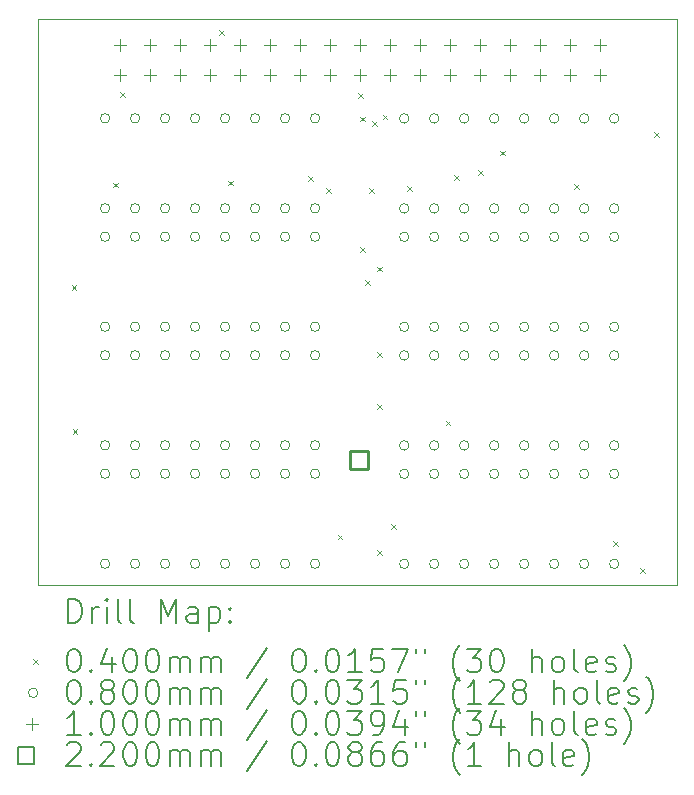
<source format=gbr>
%TF.GenerationSoftware,KiCad,Pcbnew,(6.0.7)*%
%TF.CreationDate,2023-01-24T22:55:52+00:00*%
%TF.ProjectId,CPC464-2MINICAS1,43504334-3634-42d3-924d-494e49434153,rev?*%
%TF.SameCoordinates,Original*%
%TF.FileFunction,Drillmap*%
%TF.FilePolarity,Positive*%
%FSLAX45Y45*%
G04 Gerber Fmt 4.5, Leading zero omitted, Abs format (unit mm)*
G04 Created by KiCad (PCBNEW (6.0.7)) date 2023-01-24 22:55:52*
%MOMM*%
%LPD*%
G01*
G04 APERTURE LIST*
%ADD10C,0.100000*%
%ADD11C,0.200000*%
%ADD12C,0.040000*%
%ADD13C,0.080000*%
%ADD14C,0.220000*%
G04 APERTURE END LIST*
D10*
X8671560Y-8915400D02*
X3266440Y-8915400D01*
X3266440Y-8915400D02*
X3266440Y-4119880D01*
X3266440Y-4119880D02*
X8671560Y-4119880D01*
X8671560Y-4119880D02*
X8671560Y-8915400D01*
D11*
D12*
X3546810Y-6375320D02*
X3586810Y-6415320D01*
X3586810Y-6375320D02*
X3546810Y-6415320D01*
X3555150Y-7593610D02*
X3595150Y-7633610D01*
X3595150Y-7593610D02*
X3555150Y-7633610D01*
X3900490Y-5505510D02*
X3940490Y-5545510D01*
X3940490Y-5505510D02*
X3900490Y-5545510D01*
X3956990Y-4736950D02*
X3996990Y-4776950D01*
X3996990Y-4736950D02*
X3956990Y-4776950D01*
X4796630Y-4211030D02*
X4836630Y-4251030D01*
X4836630Y-4211030D02*
X4796630Y-4251030D01*
X4870420Y-5488830D02*
X4910420Y-5528830D01*
X4910420Y-5488830D02*
X4870420Y-5528830D01*
X5549390Y-5446890D02*
X5589390Y-5486890D01*
X5589390Y-5446890D02*
X5549390Y-5486890D01*
X5702800Y-5553380D02*
X5742800Y-5593380D01*
X5742800Y-5553380D02*
X5702800Y-5593380D01*
X5798660Y-8485610D02*
X5838660Y-8525610D01*
X5838660Y-8485610D02*
X5798660Y-8525610D01*
X5971870Y-4744750D02*
X6011870Y-4784750D01*
X6011870Y-4744750D02*
X5971870Y-4784750D01*
X5991430Y-4945850D02*
X6031430Y-4985850D01*
X6031430Y-4945850D02*
X5991430Y-4985850D01*
X5991430Y-6053140D02*
X6031430Y-6093140D01*
X6031430Y-6053140D02*
X5991430Y-6093140D01*
X6029270Y-6329420D02*
X6069270Y-6369420D01*
X6069270Y-6329420D02*
X6029270Y-6369420D01*
X6064550Y-5549910D02*
X6104550Y-5589910D01*
X6104550Y-5549910D02*
X6064550Y-5589910D01*
X6093410Y-4985320D02*
X6133410Y-5025320D01*
X6133410Y-4985320D02*
X6093410Y-5025320D01*
X6130990Y-6939050D02*
X6170990Y-6979050D01*
X6170990Y-6939050D02*
X6130990Y-6979050D01*
X6131300Y-7380400D02*
X6171300Y-7420400D01*
X6171300Y-7380400D02*
X6131300Y-7420400D01*
X6132180Y-6215710D02*
X6172180Y-6255710D01*
X6172180Y-6215710D02*
X6132180Y-6255710D01*
X6134370Y-8614860D02*
X6174370Y-8654860D01*
X6174370Y-8614860D02*
X6134370Y-8654860D01*
X6179760Y-4930210D02*
X6219760Y-4970210D01*
X6219760Y-4930210D02*
X6179760Y-4970210D01*
X6251440Y-8397220D02*
X6291440Y-8437220D01*
X6291440Y-8397220D02*
X6251440Y-8437220D01*
X6384860Y-5537180D02*
X6424860Y-5577180D01*
X6424860Y-5537180D02*
X6384860Y-5577180D01*
X6712800Y-7520860D02*
X6752800Y-7560860D01*
X6752800Y-7520860D02*
X6712800Y-7560860D01*
X6782920Y-5442290D02*
X6822920Y-5482290D01*
X6822920Y-5442290D02*
X6782920Y-5482290D01*
X6990580Y-5397280D02*
X7030580Y-5437280D01*
X7030580Y-5397280D02*
X6990580Y-5437280D01*
X7174990Y-5234740D02*
X7214990Y-5274740D01*
X7214990Y-5234740D02*
X7174990Y-5274740D01*
X7804620Y-5517350D02*
X7844620Y-5557350D01*
X7844620Y-5517350D02*
X7804620Y-5557350D01*
X8131940Y-8540000D02*
X8171940Y-8580000D01*
X8171940Y-8540000D02*
X8131940Y-8580000D01*
X8359190Y-8767250D02*
X8399190Y-8807250D01*
X8399190Y-8767250D02*
X8359190Y-8807250D01*
X8480000Y-5080000D02*
X8520000Y-5120000D01*
X8520000Y-5080000D02*
X8480000Y-5120000D01*
D13*
X3870320Y-4960080D02*
G75*
G03*
X3870320Y-4960080I-40000J0D01*
G01*
X3870320Y-5722080D02*
G75*
G03*
X3870320Y-5722080I-40000J0D01*
G01*
X3870320Y-5962380D02*
G75*
G03*
X3870320Y-5962380I-40000J0D01*
G01*
X3870320Y-6724380D02*
G75*
G03*
X3870320Y-6724380I-40000J0D01*
G01*
X3870320Y-6966680D02*
G75*
G03*
X3870320Y-6966680I-40000J0D01*
G01*
X3870320Y-7728680D02*
G75*
G03*
X3870320Y-7728680I-40000J0D01*
G01*
X3870320Y-7968980D02*
G75*
G03*
X3870320Y-7968980I-40000J0D01*
G01*
X3870320Y-8730980D02*
G75*
G03*
X3870320Y-8730980I-40000J0D01*
G01*
X4124320Y-4960080D02*
G75*
G03*
X4124320Y-4960080I-40000J0D01*
G01*
X4124320Y-5722080D02*
G75*
G03*
X4124320Y-5722080I-40000J0D01*
G01*
X4124320Y-5962380D02*
G75*
G03*
X4124320Y-5962380I-40000J0D01*
G01*
X4124320Y-6724380D02*
G75*
G03*
X4124320Y-6724380I-40000J0D01*
G01*
X4124320Y-6966680D02*
G75*
G03*
X4124320Y-6966680I-40000J0D01*
G01*
X4124320Y-7728680D02*
G75*
G03*
X4124320Y-7728680I-40000J0D01*
G01*
X4124320Y-7968980D02*
G75*
G03*
X4124320Y-7968980I-40000J0D01*
G01*
X4124320Y-8730980D02*
G75*
G03*
X4124320Y-8730980I-40000J0D01*
G01*
X4378320Y-4960080D02*
G75*
G03*
X4378320Y-4960080I-40000J0D01*
G01*
X4378320Y-5722080D02*
G75*
G03*
X4378320Y-5722080I-40000J0D01*
G01*
X4378320Y-5962380D02*
G75*
G03*
X4378320Y-5962380I-40000J0D01*
G01*
X4378320Y-6724380D02*
G75*
G03*
X4378320Y-6724380I-40000J0D01*
G01*
X4378320Y-6966680D02*
G75*
G03*
X4378320Y-6966680I-40000J0D01*
G01*
X4378320Y-7728680D02*
G75*
G03*
X4378320Y-7728680I-40000J0D01*
G01*
X4378320Y-7968980D02*
G75*
G03*
X4378320Y-7968980I-40000J0D01*
G01*
X4378320Y-8730980D02*
G75*
G03*
X4378320Y-8730980I-40000J0D01*
G01*
X4632320Y-4960080D02*
G75*
G03*
X4632320Y-4960080I-40000J0D01*
G01*
X4632320Y-5722080D02*
G75*
G03*
X4632320Y-5722080I-40000J0D01*
G01*
X4632320Y-5962380D02*
G75*
G03*
X4632320Y-5962380I-40000J0D01*
G01*
X4632320Y-6724380D02*
G75*
G03*
X4632320Y-6724380I-40000J0D01*
G01*
X4632320Y-6966680D02*
G75*
G03*
X4632320Y-6966680I-40000J0D01*
G01*
X4632320Y-7728680D02*
G75*
G03*
X4632320Y-7728680I-40000J0D01*
G01*
X4632320Y-7968980D02*
G75*
G03*
X4632320Y-7968980I-40000J0D01*
G01*
X4632320Y-8730980D02*
G75*
G03*
X4632320Y-8730980I-40000J0D01*
G01*
X4886320Y-4960080D02*
G75*
G03*
X4886320Y-4960080I-40000J0D01*
G01*
X4886320Y-5722080D02*
G75*
G03*
X4886320Y-5722080I-40000J0D01*
G01*
X4886320Y-5962380D02*
G75*
G03*
X4886320Y-5962380I-40000J0D01*
G01*
X4886320Y-6724380D02*
G75*
G03*
X4886320Y-6724380I-40000J0D01*
G01*
X4886320Y-6966680D02*
G75*
G03*
X4886320Y-6966680I-40000J0D01*
G01*
X4886320Y-7728680D02*
G75*
G03*
X4886320Y-7728680I-40000J0D01*
G01*
X4886320Y-7968980D02*
G75*
G03*
X4886320Y-7968980I-40000J0D01*
G01*
X4886320Y-8730980D02*
G75*
G03*
X4886320Y-8730980I-40000J0D01*
G01*
X5140320Y-4960080D02*
G75*
G03*
X5140320Y-4960080I-40000J0D01*
G01*
X5140320Y-5722080D02*
G75*
G03*
X5140320Y-5722080I-40000J0D01*
G01*
X5140320Y-5962380D02*
G75*
G03*
X5140320Y-5962380I-40000J0D01*
G01*
X5140320Y-6724380D02*
G75*
G03*
X5140320Y-6724380I-40000J0D01*
G01*
X5140320Y-6966680D02*
G75*
G03*
X5140320Y-6966680I-40000J0D01*
G01*
X5140320Y-7728680D02*
G75*
G03*
X5140320Y-7728680I-40000J0D01*
G01*
X5140320Y-7968980D02*
G75*
G03*
X5140320Y-7968980I-40000J0D01*
G01*
X5140320Y-8730980D02*
G75*
G03*
X5140320Y-8730980I-40000J0D01*
G01*
X5394320Y-4960080D02*
G75*
G03*
X5394320Y-4960080I-40000J0D01*
G01*
X5394320Y-5722080D02*
G75*
G03*
X5394320Y-5722080I-40000J0D01*
G01*
X5394320Y-5962380D02*
G75*
G03*
X5394320Y-5962380I-40000J0D01*
G01*
X5394320Y-6724380D02*
G75*
G03*
X5394320Y-6724380I-40000J0D01*
G01*
X5394320Y-6966680D02*
G75*
G03*
X5394320Y-6966680I-40000J0D01*
G01*
X5394320Y-7728680D02*
G75*
G03*
X5394320Y-7728680I-40000J0D01*
G01*
X5394320Y-7968980D02*
G75*
G03*
X5394320Y-7968980I-40000J0D01*
G01*
X5394320Y-8730980D02*
G75*
G03*
X5394320Y-8730980I-40000J0D01*
G01*
X5648320Y-4960080D02*
G75*
G03*
X5648320Y-4960080I-40000J0D01*
G01*
X5648320Y-5722080D02*
G75*
G03*
X5648320Y-5722080I-40000J0D01*
G01*
X5648320Y-5962380D02*
G75*
G03*
X5648320Y-5962380I-40000J0D01*
G01*
X5648320Y-6724380D02*
G75*
G03*
X5648320Y-6724380I-40000J0D01*
G01*
X5648320Y-6966680D02*
G75*
G03*
X5648320Y-6966680I-40000J0D01*
G01*
X5648320Y-7728680D02*
G75*
G03*
X5648320Y-7728680I-40000J0D01*
G01*
X5648320Y-7968980D02*
G75*
G03*
X5648320Y-7968980I-40000J0D01*
G01*
X5648320Y-8730980D02*
G75*
G03*
X5648320Y-8730980I-40000J0D01*
G01*
X6402700Y-4961620D02*
G75*
G03*
X6402700Y-4961620I-40000J0D01*
G01*
X6402700Y-5723620D02*
G75*
G03*
X6402700Y-5723620I-40000J0D01*
G01*
X6402700Y-5963920D02*
G75*
G03*
X6402700Y-5963920I-40000J0D01*
G01*
X6402700Y-6725920D02*
G75*
G03*
X6402700Y-6725920I-40000J0D01*
G01*
X6402700Y-6968220D02*
G75*
G03*
X6402700Y-6968220I-40000J0D01*
G01*
X6402700Y-7730220D02*
G75*
G03*
X6402700Y-7730220I-40000J0D01*
G01*
X6402700Y-7970520D02*
G75*
G03*
X6402700Y-7970520I-40000J0D01*
G01*
X6402700Y-8732520D02*
G75*
G03*
X6402700Y-8732520I-40000J0D01*
G01*
X6656700Y-4961620D02*
G75*
G03*
X6656700Y-4961620I-40000J0D01*
G01*
X6656700Y-5723620D02*
G75*
G03*
X6656700Y-5723620I-40000J0D01*
G01*
X6656700Y-5963920D02*
G75*
G03*
X6656700Y-5963920I-40000J0D01*
G01*
X6656700Y-6725920D02*
G75*
G03*
X6656700Y-6725920I-40000J0D01*
G01*
X6656700Y-6968220D02*
G75*
G03*
X6656700Y-6968220I-40000J0D01*
G01*
X6656700Y-7730220D02*
G75*
G03*
X6656700Y-7730220I-40000J0D01*
G01*
X6656700Y-7970520D02*
G75*
G03*
X6656700Y-7970520I-40000J0D01*
G01*
X6656700Y-8732520D02*
G75*
G03*
X6656700Y-8732520I-40000J0D01*
G01*
X6910700Y-4961620D02*
G75*
G03*
X6910700Y-4961620I-40000J0D01*
G01*
X6910700Y-5723620D02*
G75*
G03*
X6910700Y-5723620I-40000J0D01*
G01*
X6910700Y-5963920D02*
G75*
G03*
X6910700Y-5963920I-40000J0D01*
G01*
X6910700Y-6725920D02*
G75*
G03*
X6910700Y-6725920I-40000J0D01*
G01*
X6910700Y-6968220D02*
G75*
G03*
X6910700Y-6968220I-40000J0D01*
G01*
X6910700Y-7730220D02*
G75*
G03*
X6910700Y-7730220I-40000J0D01*
G01*
X6910700Y-7970520D02*
G75*
G03*
X6910700Y-7970520I-40000J0D01*
G01*
X6910700Y-8732520D02*
G75*
G03*
X6910700Y-8732520I-40000J0D01*
G01*
X7164700Y-4961620D02*
G75*
G03*
X7164700Y-4961620I-40000J0D01*
G01*
X7164700Y-5723620D02*
G75*
G03*
X7164700Y-5723620I-40000J0D01*
G01*
X7164700Y-5963920D02*
G75*
G03*
X7164700Y-5963920I-40000J0D01*
G01*
X7164700Y-6725920D02*
G75*
G03*
X7164700Y-6725920I-40000J0D01*
G01*
X7164700Y-6968220D02*
G75*
G03*
X7164700Y-6968220I-40000J0D01*
G01*
X7164700Y-7730220D02*
G75*
G03*
X7164700Y-7730220I-40000J0D01*
G01*
X7164700Y-7970520D02*
G75*
G03*
X7164700Y-7970520I-40000J0D01*
G01*
X7164700Y-8732520D02*
G75*
G03*
X7164700Y-8732520I-40000J0D01*
G01*
X7418700Y-4961620D02*
G75*
G03*
X7418700Y-4961620I-40000J0D01*
G01*
X7418700Y-5723620D02*
G75*
G03*
X7418700Y-5723620I-40000J0D01*
G01*
X7418700Y-5963920D02*
G75*
G03*
X7418700Y-5963920I-40000J0D01*
G01*
X7418700Y-6725920D02*
G75*
G03*
X7418700Y-6725920I-40000J0D01*
G01*
X7418700Y-6968220D02*
G75*
G03*
X7418700Y-6968220I-40000J0D01*
G01*
X7418700Y-7730220D02*
G75*
G03*
X7418700Y-7730220I-40000J0D01*
G01*
X7418700Y-7970520D02*
G75*
G03*
X7418700Y-7970520I-40000J0D01*
G01*
X7418700Y-8732520D02*
G75*
G03*
X7418700Y-8732520I-40000J0D01*
G01*
X7672700Y-4961620D02*
G75*
G03*
X7672700Y-4961620I-40000J0D01*
G01*
X7672700Y-5723620D02*
G75*
G03*
X7672700Y-5723620I-40000J0D01*
G01*
X7672700Y-5963920D02*
G75*
G03*
X7672700Y-5963920I-40000J0D01*
G01*
X7672700Y-6725920D02*
G75*
G03*
X7672700Y-6725920I-40000J0D01*
G01*
X7672700Y-6968220D02*
G75*
G03*
X7672700Y-6968220I-40000J0D01*
G01*
X7672700Y-7730220D02*
G75*
G03*
X7672700Y-7730220I-40000J0D01*
G01*
X7672700Y-7970520D02*
G75*
G03*
X7672700Y-7970520I-40000J0D01*
G01*
X7672700Y-8732520D02*
G75*
G03*
X7672700Y-8732520I-40000J0D01*
G01*
X7926700Y-4961620D02*
G75*
G03*
X7926700Y-4961620I-40000J0D01*
G01*
X7926700Y-5723620D02*
G75*
G03*
X7926700Y-5723620I-40000J0D01*
G01*
X7926700Y-5963920D02*
G75*
G03*
X7926700Y-5963920I-40000J0D01*
G01*
X7926700Y-6725920D02*
G75*
G03*
X7926700Y-6725920I-40000J0D01*
G01*
X7926700Y-6968220D02*
G75*
G03*
X7926700Y-6968220I-40000J0D01*
G01*
X7926700Y-7730220D02*
G75*
G03*
X7926700Y-7730220I-40000J0D01*
G01*
X7926700Y-7970520D02*
G75*
G03*
X7926700Y-7970520I-40000J0D01*
G01*
X7926700Y-8732520D02*
G75*
G03*
X7926700Y-8732520I-40000J0D01*
G01*
X8180700Y-4961620D02*
G75*
G03*
X8180700Y-4961620I-40000J0D01*
G01*
X8180700Y-5723620D02*
G75*
G03*
X8180700Y-5723620I-40000J0D01*
G01*
X8180700Y-5963920D02*
G75*
G03*
X8180700Y-5963920I-40000J0D01*
G01*
X8180700Y-6725920D02*
G75*
G03*
X8180700Y-6725920I-40000J0D01*
G01*
X8180700Y-6968220D02*
G75*
G03*
X8180700Y-6968220I-40000J0D01*
G01*
X8180700Y-7730220D02*
G75*
G03*
X8180700Y-7730220I-40000J0D01*
G01*
X8180700Y-7970520D02*
G75*
G03*
X8180700Y-7970520I-40000J0D01*
G01*
X8180700Y-8732520D02*
G75*
G03*
X8180700Y-8732520I-40000J0D01*
G01*
D10*
X3957720Y-4289840D02*
X3957720Y-4389840D01*
X3907720Y-4339840D02*
X4007720Y-4339840D01*
X3957720Y-4543840D02*
X3957720Y-4643840D01*
X3907720Y-4593840D02*
X4007720Y-4593840D01*
X4211720Y-4289840D02*
X4211720Y-4389840D01*
X4161720Y-4339840D02*
X4261720Y-4339840D01*
X4211720Y-4543840D02*
X4211720Y-4643840D01*
X4161720Y-4593840D02*
X4261720Y-4593840D01*
X4465720Y-4289840D02*
X4465720Y-4389840D01*
X4415720Y-4339840D02*
X4515720Y-4339840D01*
X4465720Y-4543840D02*
X4465720Y-4643840D01*
X4415720Y-4593840D02*
X4515720Y-4593840D01*
X4719720Y-4289840D02*
X4719720Y-4389840D01*
X4669720Y-4339840D02*
X4769720Y-4339840D01*
X4719720Y-4543840D02*
X4719720Y-4643840D01*
X4669720Y-4593840D02*
X4769720Y-4593840D01*
X4973720Y-4289840D02*
X4973720Y-4389840D01*
X4923720Y-4339840D02*
X5023720Y-4339840D01*
X4973720Y-4543840D02*
X4973720Y-4643840D01*
X4923720Y-4593840D02*
X5023720Y-4593840D01*
X5227720Y-4289840D02*
X5227720Y-4389840D01*
X5177720Y-4339840D02*
X5277720Y-4339840D01*
X5227720Y-4543840D02*
X5227720Y-4643840D01*
X5177720Y-4593840D02*
X5277720Y-4593840D01*
X5481720Y-4289840D02*
X5481720Y-4389840D01*
X5431720Y-4339840D02*
X5531720Y-4339840D01*
X5481720Y-4543840D02*
X5481720Y-4643840D01*
X5431720Y-4593840D02*
X5531720Y-4593840D01*
X5735720Y-4289840D02*
X5735720Y-4389840D01*
X5685720Y-4339840D02*
X5785720Y-4339840D01*
X5735720Y-4543840D02*
X5735720Y-4643840D01*
X5685720Y-4593840D02*
X5785720Y-4593840D01*
X5989720Y-4289840D02*
X5989720Y-4389840D01*
X5939720Y-4339840D02*
X6039720Y-4339840D01*
X5989720Y-4543840D02*
X5989720Y-4643840D01*
X5939720Y-4593840D02*
X6039720Y-4593840D01*
X6243720Y-4289840D02*
X6243720Y-4389840D01*
X6193720Y-4339840D02*
X6293720Y-4339840D01*
X6243720Y-4543840D02*
X6243720Y-4643840D01*
X6193720Y-4593840D02*
X6293720Y-4593840D01*
X6497720Y-4289840D02*
X6497720Y-4389840D01*
X6447720Y-4339840D02*
X6547720Y-4339840D01*
X6497720Y-4543840D02*
X6497720Y-4643840D01*
X6447720Y-4593840D02*
X6547720Y-4593840D01*
X6751720Y-4289840D02*
X6751720Y-4389840D01*
X6701720Y-4339840D02*
X6801720Y-4339840D01*
X6751720Y-4543840D02*
X6751720Y-4643840D01*
X6701720Y-4593840D02*
X6801720Y-4593840D01*
X7005720Y-4289840D02*
X7005720Y-4389840D01*
X6955720Y-4339840D02*
X7055720Y-4339840D01*
X7005720Y-4543840D02*
X7005720Y-4643840D01*
X6955720Y-4593840D02*
X7055720Y-4593840D01*
X7259720Y-4289840D02*
X7259720Y-4389840D01*
X7209720Y-4339840D02*
X7309720Y-4339840D01*
X7259720Y-4543840D02*
X7259720Y-4643840D01*
X7209720Y-4593840D02*
X7309720Y-4593840D01*
X7513720Y-4289840D02*
X7513720Y-4389840D01*
X7463720Y-4339840D02*
X7563720Y-4339840D01*
X7513720Y-4543840D02*
X7513720Y-4643840D01*
X7463720Y-4593840D02*
X7563720Y-4593840D01*
X7767720Y-4289840D02*
X7767720Y-4389840D01*
X7717720Y-4339840D02*
X7817720Y-4339840D01*
X7767720Y-4543840D02*
X7767720Y-4643840D01*
X7717720Y-4593840D02*
X7817720Y-4593840D01*
X8021720Y-4289840D02*
X8021720Y-4389840D01*
X7971720Y-4339840D02*
X8071720Y-4339840D01*
X8021720Y-4543840D02*
X8021720Y-4643840D01*
X7971720Y-4593840D02*
X8071720Y-4593840D01*
D14*
X6060522Y-7933462D02*
X6060522Y-7777897D01*
X5904957Y-7777897D01*
X5904957Y-7933462D01*
X6060522Y-7933462D01*
D11*
X3519059Y-9230876D02*
X3519059Y-9030876D01*
X3566678Y-9030876D01*
X3595249Y-9040400D01*
X3614297Y-9059448D01*
X3623821Y-9078495D01*
X3633345Y-9116590D01*
X3633345Y-9145162D01*
X3623821Y-9183257D01*
X3614297Y-9202305D01*
X3595249Y-9221352D01*
X3566678Y-9230876D01*
X3519059Y-9230876D01*
X3719059Y-9230876D02*
X3719059Y-9097543D01*
X3719059Y-9135638D02*
X3728583Y-9116590D01*
X3738107Y-9107067D01*
X3757154Y-9097543D01*
X3776202Y-9097543D01*
X3842868Y-9230876D02*
X3842868Y-9097543D01*
X3842868Y-9030876D02*
X3833345Y-9040400D01*
X3842868Y-9049924D01*
X3852392Y-9040400D01*
X3842868Y-9030876D01*
X3842868Y-9049924D01*
X3966678Y-9230876D02*
X3947630Y-9221352D01*
X3938107Y-9202305D01*
X3938107Y-9030876D01*
X4071440Y-9230876D02*
X4052392Y-9221352D01*
X4042868Y-9202305D01*
X4042868Y-9030876D01*
X4300011Y-9230876D02*
X4300011Y-9030876D01*
X4366678Y-9173733D01*
X4433345Y-9030876D01*
X4433345Y-9230876D01*
X4614297Y-9230876D02*
X4614297Y-9126114D01*
X4604773Y-9107067D01*
X4585726Y-9097543D01*
X4547630Y-9097543D01*
X4528583Y-9107067D01*
X4614297Y-9221352D02*
X4595250Y-9230876D01*
X4547630Y-9230876D01*
X4528583Y-9221352D01*
X4519059Y-9202305D01*
X4519059Y-9183257D01*
X4528583Y-9164210D01*
X4547630Y-9154686D01*
X4595250Y-9154686D01*
X4614297Y-9145162D01*
X4709535Y-9097543D02*
X4709535Y-9297543D01*
X4709535Y-9107067D02*
X4728583Y-9097543D01*
X4766678Y-9097543D01*
X4785726Y-9107067D01*
X4795250Y-9116590D01*
X4804773Y-9135638D01*
X4804773Y-9192781D01*
X4795250Y-9211829D01*
X4785726Y-9221352D01*
X4766678Y-9230876D01*
X4728583Y-9230876D01*
X4709535Y-9221352D01*
X4890488Y-9211829D02*
X4900011Y-9221352D01*
X4890488Y-9230876D01*
X4880964Y-9221352D01*
X4890488Y-9211829D01*
X4890488Y-9230876D01*
X4890488Y-9107067D02*
X4900011Y-9116590D01*
X4890488Y-9126114D01*
X4880964Y-9116590D01*
X4890488Y-9107067D01*
X4890488Y-9126114D01*
D12*
X3221440Y-9540400D02*
X3261440Y-9580400D01*
X3261440Y-9540400D02*
X3221440Y-9580400D01*
D11*
X3557154Y-9450876D02*
X3576202Y-9450876D01*
X3595249Y-9460400D01*
X3604773Y-9469924D01*
X3614297Y-9488971D01*
X3623821Y-9527067D01*
X3623821Y-9574686D01*
X3614297Y-9612781D01*
X3604773Y-9631829D01*
X3595249Y-9641352D01*
X3576202Y-9650876D01*
X3557154Y-9650876D01*
X3538107Y-9641352D01*
X3528583Y-9631829D01*
X3519059Y-9612781D01*
X3509535Y-9574686D01*
X3509535Y-9527067D01*
X3519059Y-9488971D01*
X3528583Y-9469924D01*
X3538107Y-9460400D01*
X3557154Y-9450876D01*
X3709535Y-9631829D02*
X3719059Y-9641352D01*
X3709535Y-9650876D01*
X3700011Y-9641352D01*
X3709535Y-9631829D01*
X3709535Y-9650876D01*
X3890488Y-9517543D02*
X3890488Y-9650876D01*
X3842868Y-9441352D02*
X3795249Y-9584210D01*
X3919059Y-9584210D01*
X4033345Y-9450876D02*
X4052392Y-9450876D01*
X4071440Y-9460400D01*
X4080964Y-9469924D01*
X4090488Y-9488971D01*
X4100011Y-9527067D01*
X4100011Y-9574686D01*
X4090488Y-9612781D01*
X4080964Y-9631829D01*
X4071440Y-9641352D01*
X4052392Y-9650876D01*
X4033345Y-9650876D01*
X4014297Y-9641352D01*
X4004773Y-9631829D01*
X3995249Y-9612781D01*
X3985726Y-9574686D01*
X3985726Y-9527067D01*
X3995249Y-9488971D01*
X4004773Y-9469924D01*
X4014297Y-9460400D01*
X4033345Y-9450876D01*
X4223821Y-9450876D02*
X4242869Y-9450876D01*
X4261916Y-9460400D01*
X4271440Y-9469924D01*
X4280964Y-9488971D01*
X4290488Y-9527067D01*
X4290488Y-9574686D01*
X4280964Y-9612781D01*
X4271440Y-9631829D01*
X4261916Y-9641352D01*
X4242869Y-9650876D01*
X4223821Y-9650876D01*
X4204773Y-9641352D01*
X4195250Y-9631829D01*
X4185726Y-9612781D01*
X4176202Y-9574686D01*
X4176202Y-9527067D01*
X4185726Y-9488971D01*
X4195250Y-9469924D01*
X4204773Y-9460400D01*
X4223821Y-9450876D01*
X4376202Y-9650876D02*
X4376202Y-9517543D01*
X4376202Y-9536590D02*
X4385726Y-9527067D01*
X4404773Y-9517543D01*
X4433345Y-9517543D01*
X4452392Y-9527067D01*
X4461916Y-9546114D01*
X4461916Y-9650876D01*
X4461916Y-9546114D02*
X4471440Y-9527067D01*
X4490488Y-9517543D01*
X4519059Y-9517543D01*
X4538107Y-9527067D01*
X4547630Y-9546114D01*
X4547630Y-9650876D01*
X4642869Y-9650876D02*
X4642869Y-9517543D01*
X4642869Y-9536590D02*
X4652392Y-9527067D01*
X4671440Y-9517543D01*
X4700011Y-9517543D01*
X4719059Y-9527067D01*
X4728583Y-9546114D01*
X4728583Y-9650876D01*
X4728583Y-9546114D02*
X4738107Y-9527067D01*
X4757154Y-9517543D01*
X4785726Y-9517543D01*
X4804773Y-9527067D01*
X4814297Y-9546114D01*
X4814297Y-9650876D01*
X5204773Y-9441352D02*
X5033345Y-9698495D01*
X5461916Y-9450876D02*
X5480964Y-9450876D01*
X5500011Y-9460400D01*
X5509535Y-9469924D01*
X5519059Y-9488971D01*
X5528583Y-9527067D01*
X5528583Y-9574686D01*
X5519059Y-9612781D01*
X5509535Y-9631829D01*
X5500011Y-9641352D01*
X5480964Y-9650876D01*
X5461916Y-9650876D01*
X5442869Y-9641352D01*
X5433345Y-9631829D01*
X5423821Y-9612781D01*
X5414297Y-9574686D01*
X5414297Y-9527067D01*
X5423821Y-9488971D01*
X5433345Y-9469924D01*
X5442869Y-9460400D01*
X5461916Y-9450876D01*
X5614297Y-9631829D02*
X5623821Y-9641352D01*
X5614297Y-9650876D01*
X5604773Y-9641352D01*
X5614297Y-9631829D01*
X5614297Y-9650876D01*
X5747630Y-9450876D02*
X5766678Y-9450876D01*
X5785726Y-9460400D01*
X5795249Y-9469924D01*
X5804773Y-9488971D01*
X5814297Y-9527067D01*
X5814297Y-9574686D01*
X5804773Y-9612781D01*
X5795249Y-9631829D01*
X5785726Y-9641352D01*
X5766678Y-9650876D01*
X5747630Y-9650876D01*
X5728583Y-9641352D01*
X5719059Y-9631829D01*
X5709535Y-9612781D01*
X5700011Y-9574686D01*
X5700011Y-9527067D01*
X5709535Y-9488971D01*
X5719059Y-9469924D01*
X5728583Y-9460400D01*
X5747630Y-9450876D01*
X6004773Y-9650876D02*
X5890488Y-9650876D01*
X5947630Y-9650876D02*
X5947630Y-9450876D01*
X5928583Y-9479448D01*
X5909535Y-9498495D01*
X5890488Y-9508019D01*
X6185726Y-9450876D02*
X6090488Y-9450876D01*
X6080964Y-9546114D01*
X6090488Y-9536590D01*
X6109535Y-9527067D01*
X6157154Y-9527067D01*
X6176202Y-9536590D01*
X6185726Y-9546114D01*
X6195249Y-9565162D01*
X6195249Y-9612781D01*
X6185726Y-9631829D01*
X6176202Y-9641352D01*
X6157154Y-9650876D01*
X6109535Y-9650876D01*
X6090488Y-9641352D01*
X6080964Y-9631829D01*
X6261916Y-9450876D02*
X6395249Y-9450876D01*
X6309535Y-9650876D01*
X6461916Y-9450876D02*
X6461916Y-9488971D01*
X6538107Y-9450876D02*
X6538107Y-9488971D01*
X6833345Y-9727067D02*
X6823821Y-9717543D01*
X6804773Y-9688971D01*
X6795249Y-9669924D01*
X6785726Y-9641352D01*
X6776202Y-9593733D01*
X6776202Y-9555638D01*
X6785726Y-9508019D01*
X6795249Y-9479448D01*
X6804773Y-9460400D01*
X6823821Y-9431829D01*
X6833345Y-9422305D01*
X6890488Y-9450876D02*
X7014297Y-9450876D01*
X6947630Y-9527067D01*
X6976202Y-9527067D01*
X6995249Y-9536590D01*
X7004773Y-9546114D01*
X7014297Y-9565162D01*
X7014297Y-9612781D01*
X7004773Y-9631829D01*
X6995249Y-9641352D01*
X6976202Y-9650876D01*
X6919059Y-9650876D01*
X6900011Y-9641352D01*
X6890488Y-9631829D01*
X7138107Y-9450876D02*
X7157154Y-9450876D01*
X7176202Y-9460400D01*
X7185726Y-9469924D01*
X7195249Y-9488971D01*
X7204773Y-9527067D01*
X7204773Y-9574686D01*
X7195249Y-9612781D01*
X7185726Y-9631829D01*
X7176202Y-9641352D01*
X7157154Y-9650876D01*
X7138107Y-9650876D01*
X7119059Y-9641352D01*
X7109535Y-9631829D01*
X7100011Y-9612781D01*
X7090488Y-9574686D01*
X7090488Y-9527067D01*
X7100011Y-9488971D01*
X7109535Y-9469924D01*
X7119059Y-9460400D01*
X7138107Y-9450876D01*
X7442868Y-9650876D02*
X7442868Y-9450876D01*
X7528583Y-9650876D02*
X7528583Y-9546114D01*
X7519059Y-9527067D01*
X7500011Y-9517543D01*
X7471440Y-9517543D01*
X7452392Y-9527067D01*
X7442868Y-9536590D01*
X7652392Y-9650876D02*
X7633345Y-9641352D01*
X7623821Y-9631829D01*
X7614297Y-9612781D01*
X7614297Y-9555638D01*
X7623821Y-9536590D01*
X7633345Y-9527067D01*
X7652392Y-9517543D01*
X7680964Y-9517543D01*
X7700011Y-9527067D01*
X7709535Y-9536590D01*
X7719059Y-9555638D01*
X7719059Y-9612781D01*
X7709535Y-9631829D01*
X7700011Y-9641352D01*
X7680964Y-9650876D01*
X7652392Y-9650876D01*
X7833345Y-9650876D02*
X7814297Y-9641352D01*
X7804773Y-9622305D01*
X7804773Y-9450876D01*
X7985726Y-9641352D02*
X7966678Y-9650876D01*
X7928583Y-9650876D01*
X7909535Y-9641352D01*
X7900011Y-9622305D01*
X7900011Y-9546114D01*
X7909535Y-9527067D01*
X7928583Y-9517543D01*
X7966678Y-9517543D01*
X7985726Y-9527067D01*
X7995249Y-9546114D01*
X7995249Y-9565162D01*
X7900011Y-9584210D01*
X8071440Y-9641352D02*
X8090488Y-9650876D01*
X8128583Y-9650876D01*
X8147630Y-9641352D01*
X8157154Y-9622305D01*
X8157154Y-9612781D01*
X8147630Y-9593733D01*
X8128583Y-9584210D01*
X8100011Y-9584210D01*
X8080964Y-9574686D01*
X8071440Y-9555638D01*
X8071440Y-9546114D01*
X8080964Y-9527067D01*
X8100011Y-9517543D01*
X8128583Y-9517543D01*
X8147630Y-9527067D01*
X8223821Y-9727067D02*
X8233345Y-9717543D01*
X8252392Y-9688971D01*
X8261916Y-9669924D01*
X8271440Y-9641352D01*
X8280964Y-9593733D01*
X8280964Y-9555638D01*
X8271440Y-9508019D01*
X8261916Y-9479448D01*
X8252392Y-9460400D01*
X8233345Y-9431829D01*
X8223821Y-9422305D01*
D13*
X3261440Y-9824400D02*
G75*
G03*
X3261440Y-9824400I-40000J0D01*
G01*
D11*
X3557154Y-9714876D02*
X3576202Y-9714876D01*
X3595249Y-9724400D01*
X3604773Y-9733924D01*
X3614297Y-9752971D01*
X3623821Y-9791067D01*
X3623821Y-9838686D01*
X3614297Y-9876781D01*
X3604773Y-9895829D01*
X3595249Y-9905352D01*
X3576202Y-9914876D01*
X3557154Y-9914876D01*
X3538107Y-9905352D01*
X3528583Y-9895829D01*
X3519059Y-9876781D01*
X3509535Y-9838686D01*
X3509535Y-9791067D01*
X3519059Y-9752971D01*
X3528583Y-9733924D01*
X3538107Y-9724400D01*
X3557154Y-9714876D01*
X3709535Y-9895829D02*
X3719059Y-9905352D01*
X3709535Y-9914876D01*
X3700011Y-9905352D01*
X3709535Y-9895829D01*
X3709535Y-9914876D01*
X3833345Y-9800590D02*
X3814297Y-9791067D01*
X3804773Y-9781543D01*
X3795249Y-9762495D01*
X3795249Y-9752971D01*
X3804773Y-9733924D01*
X3814297Y-9724400D01*
X3833345Y-9714876D01*
X3871440Y-9714876D01*
X3890488Y-9724400D01*
X3900011Y-9733924D01*
X3909535Y-9752971D01*
X3909535Y-9762495D01*
X3900011Y-9781543D01*
X3890488Y-9791067D01*
X3871440Y-9800590D01*
X3833345Y-9800590D01*
X3814297Y-9810114D01*
X3804773Y-9819638D01*
X3795249Y-9838686D01*
X3795249Y-9876781D01*
X3804773Y-9895829D01*
X3814297Y-9905352D01*
X3833345Y-9914876D01*
X3871440Y-9914876D01*
X3890488Y-9905352D01*
X3900011Y-9895829D01*
X3909535Y-9876781D01*
X3909535Y-9838686D01*
X3900011Y-9819638D01*
X3890488Y-9810114D01*
X3871440Y-9800590D01*
X4033345Y-9714876D02*
X4052392Y-9714876D01*
X4071440Y-9724400D01*
X4080964Y-9733924D01*
X4090488Y-9752971D01*
X4100011Y-9791067D01*
X4100011Y-9838686D01*
X4090488Y-9876781D01*
X4080964Y-9895829D01*
X4071440Y-9905352D01*
X4052392Y-9914876D01*
X4033345Y-9914876D01*
X4014297Y-9905352D01*
X4004773Y-9895829D01*
X3995249Y-9876781D01*
X3985726Y-9838686D01*
X3985726Y-9791067D01*
X3995249Y-9752971D01*
X4004773Y-9733924D01*
X4014297Y-9724400D01*
X4033345Y-9714876D01*
X4223821Y-9714876D02*
X4242869Y-9714876D01*
X4261916Y-9724400D01*
X4271440Y-9733924D01*
X4280964Y-9752971D01*
X4290488Y-9791067D01*
X4290488Y-9838686D01*
X4280964Y-9876781D01*
X4271440Y-9895829D01*
X4261916Y-9905352D01*
X4242869Y-9914876D01*
X4223821Y-9914876D01*
X4204773Y-9905352D01*
X4195250Y-9895829D01*
X4185726Y-9876781D01*
X4176202Y-9838686D01*
X4176202Y-9791067D01*
X4185726Y-9752971D01*
X4195250Y-9733924D01*
X4204773Y-9724400D01*
X4223821Y-9714876D01*
X4376202Y-9914876D02*
X4376202Y-9781543D01*
X4376202Y-9800590D02*
X4385726Y-9791067D01*
X4404773Y-9781543D01*
X4433345Y-9781543D01*
X4452392Y-9791067D01*
X4461916Y-9810114D01*
X4461916Y-9914876D01*
X4461916Y-9810114D02*
X4471440Y-9791067D01*
X4490488Y-9781543D01*
X4519059Y-9781543D01*
X4538107Y-9791067D01*
X4547630Y-9810114D01*
X4547630Y-9914876D01*
X4642869Y-9914876D02*
X4642869Y-9781543D01*
X4642869Y-9800590D02*
X4652392Y-9791067D01*
X4671440Y-9781543D01*
X4700011Y-9781543D01*
X4719059Y-9791067D01*
X4728583Y-9810114D01*
X4728583Y-9914876D01*
X4728583Y-9810114D02*
X4738107Y-9791067D01*
X4757154Y-9781543D01*
X4785726Y-9781543D01*
X4804773Y-9791067D01*
X4814297Y-9810114D01*
X4814297Y-9914876D01*
X5204773Y-9705352D02*
X5033345Y-9962495D01*
X5461916Y-9714876D02*
X5480964Y-9714876D01*
X5500011Y-9724400D01*
X5509535Y-9733924D01*
X5519059Y-9752971D01*
X5528583Y-9791067D01*
X5528583Y-9838686D01*
X5519059Y-9876781D01*
X5509535Y-9895829D01*
X5500011Y-9905352D01*
X5480964Y-9914876D01*
X5461916Y-9914876D01*
X5442869Y-9905352D01*
X5433345Y-9895829D01*
X5423821Y-9876781D01*
X5414297Y-9838686D01*
X5414297Y-9791067D01*
X5423821Y-9752971D01*
X5433345Y-9733924D01*
X5442869Y-9724400D01*
X5461916Y-9714876D01*
X5614297Y-9895829D02*
X5623821Y-9905352D01*
X5614297Y-9914876D01*
X5604773Y-9905352D01*
X5614297Y-9895829D01*
X5614297Y-9914876D01*
X5747630Y-9714876D02*
X5766678Y-9714876D01*
X5785726Y-9724400D01*
X5795249Y-9733924D01*
X5804773Y-9752971D01*
X5814297Y-9791067D01*
X5814297Y-9838686D01*
X5804773Y-9876781D01*
X5795249Y-9895829D01*
X5785726Y-9905352D01*
X5766678Y-9914876D01*
X5747630Y-9914876D01*
X5728583Y-9905352D01*
X5719059Y-9895829D01*
X5709535Y-9876781D01*
X5700011Y-9838686D01*
X5700011Y-9791067D01*
X5709535Y-9752971D01*
X5719059Y-9733924D01*
X5728583Y-9724400D01*
X5747630Y-9714876D01*
X5880964Y-9714876D02*
X6004773Y-9714876D01*
X5938107Y-9791067D01*
X5966678Y-9791067D01*
X5985726Y-9800590D01*
X5995249Y-9810114D01*
X6004773Y-9829162D01*
X6004773Y-9876781D01*
X5995249Y-9895829D01*
X5985726Y-9905352D01*
X5966678Y-9914876D01*
X5909535Y-9914876D01*
X5890488Y-9905352D01*
X5880964Y-9895829D01*
X6195249Y-9914876D02*
X6080964Y-9914876D01*
X6138107Y-9914876D02*
X6138107Y-9714876D01*
X6119059Y-9743448D01*
X6100011Y-9762495D01*
X6080964Y-9772019D01*
X6376202Y-9714876D02*
X6280964Y-9714876D01*
X6271440Y-9810114D01*
X6280964Y-9800590D01*
X6300011Y-9791067D01*
X6347630Y-9791067D01*
X6366678Y-9800590D01*
X6376202Y-9810114D01*
X6385726Y-9829162D01*
X6385726Y-9876781D01*
X6376202Y-9895829D01*
X6366678Y-9905352D01*
X6347630Y-9914876D01*
X6300011Y-9914876D01*
X6280964Y-9905352D01*
X6271440Y-9895829D01*
X6461916Y-9714876D02*
X6461916Y-9752971D01*
X6538107Y-9714876D02*
X6538107Y-9752971D01*
X6833345Y-9991067D02*
X6823821Y-9981543D01*
X6804773Y-9952971D01*
X6795249Y-9933924D01*
X6785726Y-9905352D01*
X6776202Y-9857733D01*
X6776202Y-9819638D01*
X6785726Y-9772019D01*
X6795249Y-9743448D01*
X6804773Y-9724400D01*
X6823821Y-9695829D01*
X6833345Y-9686305D01*
X7014297Y-9914876D02*
X6900011Y-9914876D01*
X6957154Y-9914876D02*
X6957154Y-9714876D01*
X6938107Y-9743448D01*
X6919059Y-9762495D01*
X6900011Y-9772019D01*
X7090488Y-9733924D02*
X7100011Y-9724400D01*
X7119059Y-9714876D01*
X7166678Y-9714876D01*
X7185726Y-9724400D01*
X7195249Y-9733924D01*
X7204773Y-9752971D01*
X7204773Y-9772019D01*
X7195249Y-9800590D01*
X7080964Y-9914876D01*
X7204773Y-9914876D01*
X7319059Y-9800590D02*
X7300011Y-9791067D01*
X7290488Y-9781543D01*
X7280964Y-9762495D01*
X7280964Y-9752971D01*
X7290488Y-9733924D01*
X7300011Y-9724400D01*
X7319059Y-9714876D01*
X7357154Y-9714876D01*
X7376202Y-9724400D01*
X7385726Y-9733924D01*
X7395249Y-9752971D01*
X7395249Y-9762495D01*
X7385726Y-9781543D01*
X7376202Y-9791067D01*
X7357154Y-9800590D01*
X7319059Y-9800590D01*
X7300011Y-9810114D01*
X7290488Y-9819638D01*
X7280964Y-9838686D01*
X7280964Y-9876781D01*
X7290488Y-9895829D01*
X7300011Y-9905352D01*
X7319059Y-9914876D01*
X7357154Y-9914876D01*
X7376202Y-9905352D01*
X7385726Y-9895829D01*
X7395249Y-9876781D01*
X7395249Y-9838686D01*
X7385726Y-9819638D01*
X7376202Y-9810114D01*
X7357154Y-9800590D01*
X7633345Y-9914876D02*
X7633345Y-9714876D01*
X7719059Y-9914876D02*
X7719059Y-9810114D01*
X7709535Y-9791067D01*
X7690488Y-9781543D01*
X7661916Y-9781543D01*
X7642868Y-9791067D01*
X7633345Y-9800590D01*
X7842868Y-9914876D02*
X7823821Y-9905352D01*
X7814297Y-9895829D01*
X7804773Y-9876781D01*
X7804773Y-9819638D01*
X7814297Y-9800590D01*
X7823821Y-9791067D01*
X7842868Y-9781543D01*
X7871440Y-9781543D01*
X7890488Y-9791067D01*
X7900011Y-9800590D01*
X7909535Y-9819638D01*
X7909535Y-9876781D01*
X7900011Y-9895829D01*
X7890488Y-9905352D01*
X7871440Y-9914876D01*
X7842868Y-9914876D01*
X8023821Y-9914876D02*
X8004773Y-9905352D01*
X7995249Y-9886305D01*
X7995249Y-9714876D01*
X8176202Y-9905352D02*
X8157154Y-9914876D01*
X8119059Y-9914876D01*
X8100011Y-9905352D01*
X8090488Y-9886305D01*
X8090488Y-9810114D01*
X8100011Y-9791067D01*
X8119059Y-9781543D01*
X8157154Y-9781543D01*
X8176202Y-9791067D01*
X8185726Y-9810114D01*
X8185726Y-9829162D01*
X8090488Y-9848210D01*
X8261916Y-9905352D02*
X8280964Y-9914876D01*
X8319059Y-9914876D01*
X8338107Y-9905352D01*
X8347630Y-9886305D01*
X8347630Y-9876781D01*
X8338107Y-9857733D01*
X8319059Y-9848210D01*
X8290488Y-9848210D01*
X8271440Y-9838686D01*
X8261916Y-9819638D01*
X8261916Y-9810114D01*
X8271440Y-9791067D01*
X8290488Y-9781543D01*
X8319059Y-9781543D01*
X8338107Y-9791067D01*
X8414297Y-9991067D02*
X8423821Y-9981543D01*
X8442869Y-9952971D01*
X8452392Y-9933924D01*
X8461916Y-9905352D01*
X8471440Y-9857733D01*
X8471440Y-9819638D01*
X8461916Y-9772019D01*
X8452392Y-9743448D01*
X8442869Y-9724400D01*
X8423821Y-9695829D01*
X8414297Y-9686305D01*
D10*
X3211440Y-10038400D02*
X3211440Y-10138400D01*
X3161440Y-10088400D02*
X3261440Y-10088400D01*
D11*
X3623821Y-10178876D02*
X3509535Y-10178876D01*
X3566678Y-10178876D02*
X3566678Y-9978876D01*
X3547630Y-10007448D01*
X3528583Y-10026495D01*
X3509535Y-10036019D01*
X3709535Y-10159829D02*
X3719059Y-10169352D01*
X3709535Y-10178876D01*
X3700011Y-10169352D01*
X3709535Y-10159829D01*
X3709535Y-10178876D01*
X3842868Y-9978876D02*
X3861916Y-9978876D01*
X3880964Y-9988400D01*
X3890488Y-9997924D01*
X3900011Y-10016971D01*
X3909535Y-10055067D01*
X3909535Y-10102686D01*
X3900011Y-10140781D01*
X3890488Y-10159829D01*
X3880964Y-10169352D01*
X3861916Y-10178876D01*
X3842868Y-10178876D01*
X3823821Y-10169352D01*
X3814297Y-10159829D01*
X3804773Y-10140781D01*
X3795249Y-10102686D01*
X3795249Y-10055067D01*
X3804773Y-10016971D01*
X3814297Y-9997924D01*
X3823821Y-9988400D01*
X3842868Y-9978876D01*
X4033345Y-9978876D02*
X4052392Y-9978876D01*
X4071440Y-9988400D01*
X4080964Y-9997924D01*
X4090488Y-10016971D01*
X4100011Y-10055067D01*
X4100011Y-10102686D01*
X4090488Y-10140781D01*
X4080964Y-10159829D01*
X4071440Y-10169352D01*
X4052392Y-10178876D01*
X4033345Y-10178876D01*
X4014297Y-10169352D01*
X4004773Y-10159829D01*
X3995249Y-10140781D01*
X3985726Y-10102686D01*
X3985726Y-10055067D01*
X3995249Y-10016971D01*
X4004773Y-9997924D01*
X4014297Y-9988400D01*
X4033345Y-9978876D01*
X4223821Y-9978876D02*
X4242869Y-9978876D01*
X4261916Y-9988400D01*
X4271440Y-9997924D01*
X4280964Y-10016971D01*
X4290488Y-10055067D01*
X4290488Y-10102686D01*
X4280964Y-10140781D01*
X4271440Y-10159829D01*
X4261916Y-10169352D01*
X4242869Y-10178876D01*
X4223821Y-10178876D01*
X4204773Y-10169352D01*
X4195250Y-10159829D01*
X4185726Y-10140781D01*
X4176202Y-10102686D01*
X4176202Y-10055067D01*
X4185726Y-10016971D01*
X4195250Y-9997924D01*
X4204773Y-9988400D01*
X4223821Y-9978876D01*
X4376202Y-10178876D02*
X4376202Y-10045543D01*
X4376202Y-10064590D02*
X4385726Y-10055067D01*
X4404773Y-10045543D01*
X4433345Y-10045543D01*
X4452392Y-10055067D01*
X4461916Y-10074114D01*
X4461916Y-10178876D01*
X4461916Y-10074114D02*
X4471440Y-10055067D01*
X4490488Y-10045543D01*
X4519059Y-10045543D01*
X4538107Y-10055067D01*
X4547630Y-10074114D01*
X4547630Y-10178876D01*
X4642869Y-10178876D02*
X4642869Y-10045543D01*
X4642869Y-10064590D02*
X4652392Y-10055067D01*
X4671440Y-10045543D01*
X4700011Y-10045543D01*
X4719059Y-10055067D01*
X4728583Y-10074114D01*
X4728583Y-10178876D01*
X4728583Y-10074114D02*
X4738107Y-10055067D01*
X4757154Y-10045543D01*
X4785726Y-10045543D01*
X4804773Y-10055067D01*
X4814297Y-10074114D01*
X4814297Y-10178876D01*
X5204773Y-9969352D02*
X5033345Y-10226495D01*
X5461916Y-9978876D02*
X5480964Y-9978876D01*
X5500011Y-9988400D01*
X5509535Y-9997924D01*
X5519059Y-10016971D01*
X5528583Y-10055067D01*
X5528583Y-10102686D01*
X5519059Y-10140781D01*
X5509535Y-10159829D01*
X5500011Y-10169352D01*
X5480964Y-10178876D01*
X5461916Y-10178876D01*
X5442869Y-10169352D01*
X5433345Y-10159829D01*
X5423821Y-10140781D01*
X5414297Y-10102686D01*
X5414297Y-10055067D01*
X5423821Y-10016971D01*
X5433345Y-9997924D01*
X5442869Y-9988400D01*
X5461916Y-9978876D01*
X5614297Y-10159829D02*
X5623821Y-10169352D01*
X5614297Y-10178876D01*
X5604773Y-10169352D01*
X5614297Y-10159829D01*
X5614297Y-10178876D01*
X5747630Y-9978876D02*
X5766678Y-9978876D01*
X5785726Y-9988400D01*
X5795249Y-9997924D01*
X5804773Y-10016971D01*
X5814297Y-10055067D01*
X5814297Y-10102686D01*
X5804773Y-10140781D01*
X5795249Y-10159829D01*
X5785726Y-10169352D01*
X5766678Y-10178876D01*
X5747630Y-10178876D01*
X5728583Y-10169352D01*
X5719059Y-10159829D01*
X5709535Y-10140781D01*
X5700011Y-10102686D01*
X5700011Y-10055067D01*
X5709535Y-10016971D01*
X5719059Y-9997924D01*
X5728583Y-9988400D01*
X5747630Y-9978876D01*
X5880964Y-9978876D02*
X6004773Y-9978876D01*
X5938107Y-10055067D01*
X5966678Y-10055067D01*
X5985726Y-10064590D01*
X5995249Y-10074114D01*
X6004773Y-10093162D01*
X6004773Y-10140781D01*
X5995249Y-10159829D01*
X5985726Y-10169352D01*
X5966678Y-10178876D01*
X5909535Y-10178876D01*
X5890488Y-10169352D01*
X5880964Y-10159829D01*
X6100011Y-10178876D02*
X6138107Y-10178876D01*
X6157154Y-10169352D01*
X6166678Y-10159829D01*
X6185726Y-10131257D01*
X6195249Y-10093162D01*
X6195249Y-10016971D01*
X6185726Y-9997924D01*
X6176202Y-9988400D01*
X6157154Y-9978876D01*
X6119059Y-9978876D01*
X6100011Y-9988400D01*
X6090488Y-9997924D01*
X6080964Y-10016971D01*
X6080964Y-10064590D01*
X6090488Y-10083638D01*
X6100011Y-10093162D01*
X6119059Y-10102686D01*
X6157154Y-10102686D01*
X6176202Y-10093162D01*
X6185726Y-10083638D01*
X6195249Y-10064590D01*
X6366678Y-10045543D02*
X6366678Y-10178876D01*
X6319059Y-9969352D02*
X6271440Y-10112210D01*
X6395249Y-10112210D01*
X6461916Y-9978876D02*
X6461916Y-10016971D01*
X6538107Y-9978876D02*
X6538107Y-10016971D01*
X6833345Y-10255067D02*
X6823821Y-10245543D01*
X6804773Y-10216971D01*
X6795249Y-10197924D01*
X6785726Y-10169352D01*
X6776202Y-10121733D01*
X6776202Y-10083638D01*
X6785726Y-10036019D01*
X6795249Y-10007448D01*
X6804773Y-9988400D01*
X6823821Y-9959829D01*
X6833345Y-9950305D01*
X6890488Y-9978876D02*
X7014297Y-9978876D01*
X6947630Y-10055067D01*
X6976202Y-10055067D01*
X6995249Y-10064590D01*
X7004773Y-10074114D01*
X7014297Y-10093162D01*
X7014297Y-10140781D01*
X7004773Y-10159829D01*
X6995249Y-10169352D01*
X6976202Y-10178876D01*
X6919059Y-10178876D01*
X6900011Y-10169352D01*
X6890488Y-10159829D01*
X7185726Y-10045543D02*
X7185726Y-10178876D01*
X7138107Y-9969352D02*
X7090488Y-10112210D01*
X7214297Y-10112210D01*
X7442868Y-10178876D02*
X7442868Y-9978876D01*
X7528583Y-10178876D02*
X7528583Y-10074114D01*
X7519059Y-10055067D01*
X7500011Y-10045543D01*
X7471440Y-10045543D01*
X7452392Y-10055067D01*
X7442868Y-10064590D01*
X7652392Y-10178876D02*
X7633345Y-10169352D01*
X7623821Y-10159829D01*
X7614297Y-10140781D01*
X7614297Y-10083638D01*
X7623821Y-10064590D01*
X7633345Y-10055067D01*
X7652392Y-10045543D01*
X7680964Y-10045543D01*
X7700011Y-10055067D01*
X7709535Y-10064590D01*
X7719059Y-10083638D01*
X7719059Y-10140781D01*
X7709535Y-10159829D01*
X7700011Y-10169352D01*
X7680964Y-10178876D01*
X7652392Y-10178876D01*
X7833345Y-10178876D02*
X7814297Y-10169352D01*
X7804773Y-10150305D01*
X7804773Y-9978876D01*
X7985726Y-10169352D02*
X7966678Y-10178876D01*
X7928583Y-10178876D01*
X7909535Y-10169352D01*
X7900011Y-10150305D01*
X7900011Y-10074114D01*
X7909535Y-10055067D01*
X7928583Y-10045543D01*
X7966678Y-10045543D01*
X7985726Y-10055067D01*
X7995249Y-10074114D01*
X7995249Y-10093162D01*
X7900011Y-10112210D01*
X8071440Y-10169352D02*
X8090488Y-10178876D01*
X8128583Y-10178876D01*
X8147630Y-10169352D01*
X8157154Y-10150305D01*
X8157154Y-10140781D01*
X8147630Y-10121733D01*
X8128583Y-10112210D01*
X8100011Y-10112210D01*
X8080964Y-10102686D01*
X8071440Y-10083638D01*
X8071440Y-10074114D01*
X8080964Y-10055067D01*
X8100011Y-10045543D01*
X8128583Y-10045543D01*
X8147630Y-10055067D01*
X8223821Y-10255067D02*
X8233345Y-10245543D01*
X8252392Y-10216971D01*
X8261916Y-10197924D01*
X8271440Y-10169352D01*
X8280964Y-10121733D01*
X8280964Y-10083638D01*
X8271440Y-10036019D01*
X8261916Y-10007448D01*
X8252392Y-9988400D01*
X8233345Y-9959829D01*
X8223821Y-9950305D01*
X3232151Y-10423111D02*
X3232151Y-10281689D01*
X3090729Y-10281689D01*
X3090729Y-10423111D01*
X3232151Y-10423111D01*
X3509535Y-10261924D02*
X3519059Y-10252400D01*
X3538107Y-10242876D01*
X3585726Y-10242876D01*
X3604773Y-10252400D01*
X3614297Y-10261924D01*
X3623821Y-10280971D01*
X3623821Y-10300019D01*
X3614297Y-10328590D01*
X3500011Y-10442876D01*
X3623821Y-10442876D01*
X3709535Y-10423829D02*
X3719059Y-10433352D01*
X3709535Y-10442876D01*
X3700011Y-10433352D01*
X3709535Y-10423829D01*
X3709535Y-10442876D01*
X3795249Y-10261924D02*
X3804773Y-10252400D01*
X3823821Y-10242876D01*
X3871440Y-10242876D01*
X3890488Y-10252400D01*
X3900011Y-10261924D01*
X3909535Y-10280971D01*
X3909535Y-10300019D01*
X3900011Y-10328590D01*
X3785726Y-10442876D01*
X3909535Y-10442876D01*
X4033345Y-10242876D02*
X4052392Y-10242876D01*
X4071440Y-10252400D01*
X4080964Y-10261924D01*
X4090488Y-10280971D01*
X4100011Y-10319067D01*
X4100011Y-10366686D01*
X4090488Y-10404781D01*
X4080964Y-10423829D01*
X4071440Y-10433352D01*
X4052392Y-10442876D01*
X4033345Y-10442876D01*
X4014297Y-10433352D01*
X4004773Y-10423829D01*
X3995249Y-10404781D01*
X3985726Y-10366686D01*
X3985726Y-10319067D01*
X3995249Y-10280971D01*
X4004773Y-10261924D01*
X4014297Y-10252400D01*
X4033345Y-10242876D01*
X4223821Y-10242876D02*
X4242869Y-10242876D01*
X4261916Y-10252400D01*
X4271440Y-10261924D01*
X4280964Y-10280971D01*
X4290488Y-10319067D01*
X4290488Y-10366686D01*
X4280964Y-10404781D01*
X4271440Y-10423829D01*
X4261916Y-10433352D01*
X4242869Y-10442876D01*
X4223821Y-10442876D01*
X4204773Y-10433352D01*
X4195250Y-10423829D01*
X4185726Y-10404781D01*
X4176202Y-10366686D01*
X4176202Y-10319067D01*
X4185726Y-10280971D01*
X4195250Y-10261924D01*
X4204773Y-10252400D01*
X4223821Y-10242876D01*
X4376202Y-10442876D02*
X4376202Y-10309543D01*
X4376202Y-10328590D02*
X4385726Y-10319067D01*
X4404773Y-10309543D01*
X4433345Y-10309543D01*
X4452392Y-10319067D01*
X4461916Y-10338114D01*
X4461916Y-10442876D01*
X4461916Y-10338114D02*
X4471440Y-10319067D01*
X4490488Y-10309543D01*
X4519059Y-10309543D01*
X4538107Y-10319067D01*
X4547630Y-10338114D01*
X4547630Y-10442876D01*
X4642869Y-10442876D02*
X4642869Y-10309543D01*
X4642869Y-10328590D02*
X4652392Y-10319067D01*
X4671440Y-10309543D01*
X4700011Y-10309543D01*
X4719059Y-10319067D01*
X4728583Y-10338114D01*
X4728583Y-10442876D01*
X4728583Y-10338114D02*
X4738107Y-10319067D01*
X4757154Y-10309543D01*
X4785726Y-10309543D01*
X4804773Y-10319067D01*
X4814297Y-10338114D01*
X4814297Y-10442876D01*
X5204773Y-10233352D02*
X5033345Y-10490495D01*
X5461916Y-10242876D02*
X5480964Y-10242876D01*
X5500011Y-10252400D01*
X5509535Y-10261924D01*
X5519059Y-10280971D01*
X5528583Y-10319067D01*
X5528583Y-10366686D01*
X5519059Y-10404781D01*
X5509535Y-10423829D01*
X5500011Y-10433352D01*
X5480964Y-10442876D01*
X5461916Y-10442876D01*
X5442869Y-10433352D01*
X5433345Y-10423829D01*
X5423821Y-10404781D01*
X5414297Y-10366686D01*
X5414297Y-10319067D01*
X5423821Y-10280971D01*
X5433345Y-10261924D01*
X5442869Y-10252400D01*
X5461916Y-10242876D01*
X5614297Y-10423829D02*
X5623821Y-10433352D01*
X5614297Y-10442876D01*
X5604773Y-10433352D01*
X5614297Y-10423829D01*
X5614297Y-10442876D01*
X5747630Y-10242876D02*
X5766678Y-10242876D01*
X5785726Y-10252400D01*
X5795249Y-10261924D01*
X5804773Y-10280971D01*
X5814297Y-10319067D01*
X5814297Y-10366686D01*
X5804773Y-10404781D01*
X5795249Y-10423829D01*
X5785726Y-10433352D01*
X5766678Y-10442876D01*
X5747630Y-10442876D01*
X5728583Y-10433352D01*
X5719059Y-10423829D01*
X5709535Y-10404781D01*
X5700011Y-10366686D01*
X5700011Y-10319067D01*
X5709535Y-10280971D01*
X5719059Y-10261924D01*
X5728583Y-10252400D01*
X5747630Y-10242876D01*
X5928583Y-10328590D02*
X5909535Y-10319067D01*
X5900011Y-10309543D01*
X5890488Y-10290495D01*
X5890488Y-10280971D01*
X5900011Y-10261924D01*
X5909535Y-10252400D01*
X5928583Y-10242876D01*
X5966678Y-10242876D01*
X5985726Y-10252400D01*
X5995249Y-10261924D01*
X6004773Y-10280971D01*
X6004773Y-10290495D01*
X5995249Y-10309543D01*
X5985726Y-10319067D01*
X5966678Y-10328590D01*
X5928583Y-10328590D01*
X5909535Y-10338114D01*
X5900011Y-10347638D01*
X5890488Y-10366686D01*
X5890488Y-10404781D01*
X5900011Y-10423829D01*
X5909535Y-10433352D01*
X5928583Y-10442876D01*
X5966678Y-10442876D01*
X5985726Y-10433352D01*
X5995249Y-10423829D01*
X6004773Y-10404781D01*
X6004773Y-10366686D01*
X5995249Y-10347638D01*
X5985726Y-10338114D01*
X5966678Y-10328590D01*
X6176202Y-10242876D02*
X6138107Y-10242876D01*
X6119059Y-10252400D01*
X6109535Y-10261924D01*
X6090488Y-10290495D01*
X6080964Y-10328590D01*
X6080964Y-10404781D01*
X6090488Y-10423829D01*
X6100011Y-10433352D01*
X6119059Y-10442876D01*
X6157154Y-10442876D01*
X6176202Y-10433352D01*
X6185726Y-10423829D01*
X6195249Y-10404781D01*
X6195249Y-10357162D01*
X6185726Y-10338114D01*
X6176202Y-10328590D01*
X6157154Y-10319067D01*
X6119059Y-10319067D01*
X6100011Y-10328590D01*
X6090488Y-10338114D01*
X6080964Y-10357162D01*
X6366678Y-10242876D02*
X6328583Y-10242876D01*
X6309535Y-10252400D01*
X6300011Y-10261924D01*
X6280964Y-10290495D01*
X6271440Y-10328590D01*
X6271440Y-10404781D01*
X6280964Y-10423829D01*
X6290488Y-10433352D01*
X6309535Y-10442876D01*
X6347630Y-10442876D01*
X6366678Y-10433352D01*
X6376202Y-10423829D01*
X6385726Y-10404781D01*
X6385726Y-10357162D01*
X6376202Y-10338114D01*
X6366678Y-10328590D01*
X6347630Y-10319067D01*
X6309535Y-10319067D01*
X6290488Y-10328590D01*
X6280964Y-10338114D01*
X6271440Y-10357162D01*
X6461916Y-10242876D02*
X6461916Y-10280971D01*
X6538107Y-10242876D02*
X6538107Y-10280971D01*
X6833345Y-10519067D02*
X6823821Y-10509543D01*
X6804773Y-10480971D01*
X6795249Y-10461924D01*
X6785726Y-10433352D01*
X6776202Y-10385733D01*
X6776202Y-10347638D01*
X6785726Y-10300019D01*
X6795249Y-10271448D01*
X6804773Y-10252400D01*
X6823821Y-10223829D01*
X6833345Y-10214305D01*
X7014297Y-10442876D02*
X6900011Y-10442876D01*
X6957154Y-10442876D02*
X6957154Y-10242876D01*
X6938107Y-10271448D01*
X6919059Y-10290495D01*
X6900011Y-10300019D01*
X7252392Y-10442876D02*
X7252392Y-10242876D01*
X7338107Y-10442876D02*
X7338107Y-10338114D01*
X7328583Y-10319067D01*
X7309535Y-10309543D01*
X7280964Y-10309543D01*
X7261916Y-10319067D01*
X7252392Y-10328590D01*
X7461916Y-10442876D02*
X7442868Y-10433352D01*
X7433345Y-10423829D01*
X7423821Y-10404781D01*
X7423821Y-10347638D01*
X7433345Y-10328590D01*
X7442868Y-10319067D01*
X7461916Y-10309543D01*
X7490488Y-10309543D01*
X7509535Y-10319067D01*
X7519059Y-10328590D01*
X7528583Y-10347638D01*
X7528583Y-10404781D01*
X7519059Y-10423829D01*
X7509535Y-10433352D01*
X7490488Y-10442876D01*
X7461916Y-10442876D01*
X7642868Y-10442876D02*
X7623821Y-10433352D01*
X7614297Y-10414305D01*
X7614297Y-10242876D01*
X7795249Y-10433352D02*
X7776202Y-10442876D01*
X7738107Y-10442876D01*
X7719059Y-10433352D01*
X7709535Y-10414305D01*
X7709535Y-10338114D01*
X7719059Y-10319067D01*
X7738107Y-10309543D01*
X7776202Y-10309543D01*
X7795249Y-10319067D01*
X7804773Y-10338114D01*
X7804773Y-10357162D01*
X7709535Y-10376210D01*
X7871440Y-10519067D02*
X7880964Y-10509543D01*
X7900011Y-10480971D01*
X7909535Y-10461924D01*
X7919059Y-10433352D01*
X7928583Y-10385733D01*
X7928583Y-10347638D01*
X7919059Y-10300019D01*
X7909535Y-10271448D01*
X7900011Y-10252400D01*
X7880964Y-10223829D01*
X7871440Y-10214305D01*
M02*

</source>
